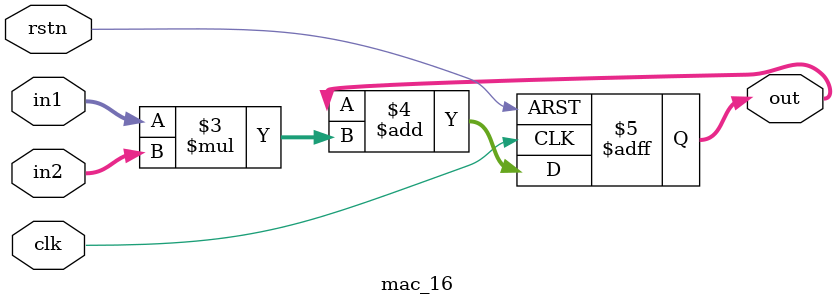
<source format=v>
`timescale 1ns/1ps

module mac_16 (
clk,
rstn,
in1,
in2,
out
);

input clk;
input rstn;
input [15:0] in1;
input [15:0] in2;
output [35:0] out;

reg [35:0] out;
always @ (posedge clk or negedge rstn) begin
	if (rstn == 1'b0) begin
		out <= 36'b0;
	end else begin
		out <= out + in1 * in2;
	end
end

endmodule

</source>
